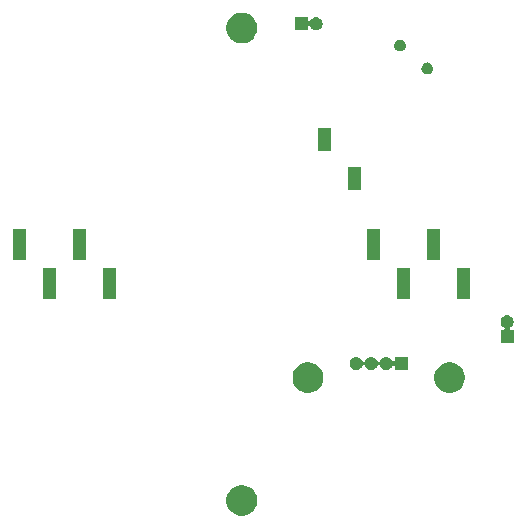
<source format=gbr>
G04 #@! TF.GenerationSoftware,KiCad,Pcbnew,5.1.5-52549c5~84~ubuntu18.04.1*
G04 #@! TF.CreationDate,2019-12-19T20:37:04-05:00*
G04 #@! TF.ProjectId,SwarmBot,53776172-6d42-46f7-942e-6b696361645f,rev?*
G04 #@! TF.SameCoordinates,Original*
G04 #@! TF.FileFunction,Soldermask,Bot*
G04 #@! TF.FilePolarity,Negative*
%FSLAX46Y46*%
G04 Gerber Fmt 4.6, Leading zero omitted, Abs format (unit mm)*
G04 Created by KiCad (PCBNEW 5.1.5-52549c5~84~ubuntu18.04.1) date 2019-12-19 20:37:04*
%MOMM*%
%LPD*%
G04 APERTURE LIST*
%ADD10C,0.100000*%
G04 APERTURE END LIST*
D10*
G36*
X379487Y-18748996D02*
G01*
X616253Y-18847068D01*
X616255Y-18847069D01*
X829339Y-18989447D01*
X1010553Y-19170661D01*
X1152932Y-19383747D01*
X1251004Y-19620513D01*
X1301000Y-19871861D01*
X1301000Y-20128139D01*
X1251004Y-20379487D01*
X1152932Y-20616253D01*
X1152931Y-20616255D01*
X1010553Y-20829339D01*
X829339Y-21010553D01*
X616255Y-21152931D01*
X616254Y-21152932D01*
X616253Y-21152932D01*
X379487Y-21251004D01*
X128139Y-21301000D01*
X-128139Y-21301000D01*
X-379487Y-21251004D01*
X-616253Y-21152932D01*
X-616254Y-21152932D01*
X-616255Y-21152931D01*
X-829339Y-21010553D01*
X-1010553Y-20829339D01*
X-1152931Y-20616255D01*
X-1152932Y-20616253D01*
X-1251004Y-20379487D01*
X-1301000Y-20128139D01*
X-1301000Y-19871861D01*
X-1251004Y-19620513D01*
X-1152932Y-19383747D01*
X-1010553Y-19170661D01*
X-829339Y-18989447D01*
X-616255Y-18847069D01*
X-616253Y-18847068D01*
X-379487Y-18748996D01*
X-128139Y-18699000D01*
X128139Y-18699000D01*
X379487Y-18748996D01*
G37*
G36*
X17979487Y-8348996D02*
G01*
X18216253Y-8447068D01*
X18216255Y-8447069D01*
X18429339Y-8589447D01*
X18610553Y-8770661D01*
X18731052Y-8951000D01*
X18752932Y-8983747D01*
X18851004Y-9220513D01*
X18901000Y-9471861D01*
X18901000Y-9728139D01*
X18851004Y-9979487D01*
X18752932Y-10216253D01*
X18752931Y-10216255D01*
X18610553Y-10429339D01*
X18429339Y-10610553D01*
X18216255Y-10752931D01*
X18216254Y-10752932D01*
X18216253Y-10752932D01*
X17979487Y-10851004D01*
X17728139Y-10901000D01*
X17471861Y-10901000D01*
X17220513Y-10851004D01*
X16983747Y-10752932D01*
X16983746Y-10752932D01*
X16983745Y-10752931D01*
X16770661Y-10610553D01*
X16589447Y-10429339D01*
X16447069Y-10216255D01*
X16447068Y-10216253D01*
X16348996Y-9979487D01*
X16299000Y-9728139D01*
X16299000Y-9471861D01*
X16348996Y-9220513D01*
X16447068Y-8983747D01*
X16468949Y-8951000D01*
X16589447Y-8770661D01*
X16770661Y-8589447D01*
X16983745Y-8447069D01*
X16983747Y-8447068D01*
X17220513Y-8348996D01*
X17471861Y-8299000D01*
X17728139Y-8299000D01*
X17979487Y-8348996D01*
G37*
G36*
X5979487Y-8348996D02*
G01*
X6216253Y-8447068D01*
X6216255Y-8447069D01*
X6429339Y-8589447D01*
X6610553Y-8770661D01*
X6731052Y-8951000D01*
X6752932Y-8983747D01*
X6851004Y-9220513D01*
X6901000Y-9471861D01*
X6901000Y-9728139D01*
X6851004Y-9979487D01*
X6752932Y-10216253D01*
X6752931Y-10216255D01*
X6610553Y-10429339D01*
X6429339Y-10610553D01*
X6216255Y-10752931D01*
X6216254Y-10752932D01*
X6216253Y-10752932D01*
X5979487Y-10851004D01*
X5728139Y-10901000D01*
X5471861Y-10901000D01*
X5220513Y-10851004D01*
X4983747Y-10752932D01*
X4983746Y-10752932D01*
X4983745Y-10752931D01*
X4770661Y-10610553D01*
X4589447Y-10429339D01*
X4447069Y-10216255D01*
X4447068Y-10216253D01*
X4348996Y-9979487D01*
X4299000Y-9728139D01*
X4299000Y-9471861D01*
X4348996Y-9220513D01*
X4447068Y-8983747D01*
X4468949Y-8951000D01*
X4589447Y-8770661D01*
X4770661Y-8589447D01*
X4983745Y-8447069D01*
X4983747Y-8447068D01*
X5220513Y-8348996D01*
X5471861Y-8299000D01*
X5728139Y-8299000D01*
X5979487Y-8348996D01*
G37*
G36*
X9850721Y-7870174D02*
G01*
X9950995Y-7911709D01*
X9950996Y-7911710D01*
X10041242Y-7972010D01*
X10117990Y-8048758D01*
X10117991Y-8048760D01*
X10178291Y-8139005D01*
X10209516Y-8214389D01*
X10221067Y-8236000D01*
X10236612Y-8254941D01*
X10255554Y-8270487D01*
X10277165Y-8282038D01*
X10300614Y-8289151D01*
X10325000Y-8291553D01*
X10349386Y-8289151D01*
X10372835Y-8282038D01*
X10394446Y-8270487D01*
X10413387Y-8254942D01*
X10428933Y-8236000D01*
X10440484Y-8214389D01*
X10471709Y-8139005D01*
X10532009Y-8048760D01*
X10532010Y-8048758D01*
X10608758Y-7972010D01*
X10699004Y-7911710D01*
X10699005Y-7911709D01*
X10799279Y-7870174D01*
X10905730Y-7849000D01*
X11014270Y-7849000D01*
X11120721Y-7870174D01*
X11220995Y-7911709D01*
X11220996Y-7911710D01*
X11311242Y-7972010D01*
X11387990Y-8048758D01*
X11387991Y-8048760D01*
X11448291Y-8139005D01*
X11479516Y-8214389D01*
X11491067Y-8236000D01*
X11506612Y-8254941D01*
X11525554Y-8270487D01*
X11547165Y-8282038D01*
X11570614Y-8289151D01*
X11595000Y-8291553D01*
X11619386Y-8289151D01*
X11642835Y-8282038D01*
X11664446Y-8270487D01*
X11683387Y-8254942D01*
X11698933Y-8236000D01*
X11710484Y-8214389D01*
X11741709Y-8139005D01*
X11802009Y-8048760D01*
X11802010Y-8048758D01*
X11878758Y-7972010D01*
X11969004Y-7911710D01*
X11969005Y-7911709D01*
X12069279Y-7870174D01*
X12175730Y-7849000D01*
X12284270Y-7849000D01*
X12390721Y-7870174D01*
X12490995Y-7911709D01*
X12490996Y-7911710D01*
X12581242Y-7972010D01*
X12657990Y-8048758D01*
X12657991Y-8048760D01*
X12720068Y-8141664D01*
X12735614Y-8160606D01*
X12754556Y-8176151D01*
X12776167Y-8187702D01*
X12799615Y-8194815D01*
X12824002Y-8197217D01*
X12848388Y-8194815D01*
X12871837Y-8187702D01*
X12893447Y-8176151D01*
X12912389Y-8160605D01*
X12927934Y-8141663D01*
X12939485Y-8120052D01*
X12946598Y-8096604D01*
X12949000Y-8072218D01*
X12949000Y-7849000D01*
X14051000Y-7849000D01*
X14051000Y-8951000D01*
X12949000Y-8951000D01*
X12949000Y-8727782D01*
X12946598Y-8703396D01*
X12939485Y-8679947D01*
X12927934Y-8658336D01*
X12912389Y-8639394D01*
X12893447Y-8623849D01*
X12871836Y-8612298D01*
X12848387Y-8605185D01*
X12824001Y-8602783D01*
X12799615Y-8605185D01*
X12776166Y-8612298D01*
X12754555Y-8623849D01*
X12735613Y-8639394D01*
X12720068Y-8658336D01*
X12678988Y-8719816D01*
X12657990Y-8751242D01*
X12581242Y-8827990D01*
X12535812Y-8858345D01*
X12490995Y-8888291D01*
X12390721Y-8929826D01*
X12284270Y-8951000D01*
X12175730Y-8951000D01*
X12069279Y-8929826D01*
X11969005Y-8888291D01*
X11924188Y-8858345D01*
X11878758Y-8827990D01*
X11802010Y-8751242D01*
X11770041Y-8703396D01*
X11741709Y-8660995D01*
X11710484Y-8585611D01*
X11698933Y-8564000D01*
X11683388Y-8545059D01*
X11664446Y-8529513D01*
X11642835Y-8517962D01*
X11619386Y-8510849D01*
X11595000Y-8508447D01*
X11570614Y-8510849D01*
X11547165Y-8517962D01*
X11525554Y-8529513D01*
X11506613Y-8545058D01*
X11491067Y-8564000D01*
X11479516Y-8585611D01*
X11448291Y-8660995D01*
X11419959Y-8703396D01*
X11387990Y-8751242D01*
X11311242Y-8827990D01*
X11265812Y-8858345D01*
X11220995Y-8888291D01*
X11120721Y-8929826D01*
X11014270Y-8951000D01*
X10905730Y-8951000D01*
X10799279Y-8929826D01*
X10699005Y-8888291D01*
X10654188Y-8858345D01*
X10608758Y-8827990D01*
X10532010Y-8751242D01*
X10500041Y-8703396D01*
X10471709Y-8660995D01*
X10440484Y-8585611D01*
X10428933Y-8564000D01*
X10413388Y-8545059D01*
X10394446Y-8529513D01*
X10372835Y-8517962D01*
X10349386Y-8510849D01*
X10325000Y-8508447D01*
X10300614Y-8510849D01*
X10277165Y-8517962D01*
X10255554Y-8529513D01*
X10236613Y-8545058D01*
X10221067Y-8564000D01*
X10209516Y-8585611D01*
X10178291Y-8660995D01*
X10149959Y-8703396D01*
X10117990Y-8751242D01*
X10041242Y-8827990D01*
X9995812Y-8858345D01*
X9950995Y-8888291D01*
X9850721Y-8929826D01*
X9744270Y-8951000D01*
X9635730Y-8951000D01*
X9529279Y-8929826D01*
X9429005Y-8888291D01*
X9384188Y-8858345D01*
X9338758Y-8827990D01*
X9262010Y-8751242D01*
X9230041Y-8703396D01*
X9201709Y-8660995D01*
X9160174Y-8560721D01*
X9139000Y-8454270D01*
X9139000Y-8345730D01*
X9160174Y-8239279D01*
X9201709Y-8139005D01*
X9262009Y-8048760D01*
X9262010Y-8048758D01*
X9338758Y-7972010D01*
X9429004Y-7911710D01*
X9429005Y-7911709D01*
X9529279Y-7870174D01*
X9635730Y-7849000D01*
X9744270Y-7849000D01*
X9850721Y-7870174D01*
G37*
G36*
X22620721Y-4330174D02*
G01*
X22720995Y-4371709D01*
X22720996Y-4371710D01*
X22811242Y-4432010D01*
X22887990Y-4508758D01*
X22887991Y-4508760D01*
X22948291Y-4599005D01*
X22989826Y-4699279D01*
X23011000Y-4805730D01*
X23011000Y-4914270D01*
X22989826Y-5020721D01*
X22948291Y-5120995D01*
X22948290Y-5120996D01*
X22887990Y-5211242D01*
X22811242Y-5287990D01*
X22779816Y-5308988D01*
X22718336Y-5350068D01*
X22699394Y-5365614D01*
X22683849Y-5384556D01*
X22672298Y-5406167D01*
X22665185Y-5429615D01*
X22662783Y-5454002D01*
X22665185Y-5478388D01*
X22672298Y-5501837D01*
X22683849Y-5523447D01*
X22699395Y-5542389D01*
X22718337Y-5557934D01*
X22739948Y-5569485D01*
X22763396Y-5576598D01*
X22787782Y-5579000D01*
X23011000Y-5579000D01*
X23011000Y-6681000D01*
X21909000Y-6681000D01*
X21909000Y-5579000D01*
X22132218Y-5579000D01*
X22156604Y-5576598D01*
X22180053Y-5569485D01*
X22201664Y-5557934D01*
X22220606Y-5542389D01*
X22236151Y-5523447D01*
X22247702Y-5501836D01*
X22254815Y-5478387D01*
X22257217Y-5454001D01*
X22254815Y-5429615D01*
X22247702Y-5406166D01*
X22236151Y-5384555D01*
X22220606Y-5365613D01*
X22201664Y-5350068D01*
X22140184Y-5308988D01*
X22108758Y-5287990D01*
X22032010Y-5211242D01*
X21971710Y-5120996D01*
X21971709Y-5120995D01*
X21930174Y-5020721D01*
X21909000Y-4914270D01*
X21909000Y-4805730D01*
X21930174Y-4699279D01*
X21971709Y-4599005D01*
X22032009Y-4508760D01*
X22032010Y-4508758D01*
X22108758Y-4432010D01*
X22199004Y-4371710D01*
X22199005Y-4371709D01*
X22299279Y-4330174D01*
X22405730Y-4309000D01*
X22514270Y-4309000D01*
X22620721Y-4330174D01*
G37*
G36*
X-10639000Y-2961000D02*
G01*
X-11741000Y-2961000D01*
X-11741000Y-349000D01*
X-10639000Y-349000D01*
X-10639000Y-2961000D01*
G37*
G36*
X19361000Y-2961000D02*
G01*
X18259000Y-2961000D01*
X18259000Y-349000D01*
X19361000Y-349000D01*
X19361000Y-2961000D01*
G37*
G36*
X-15719000Y-2961000D02*
G01*
X-16821000Y-2961000D01*
X-16821000Y-349000D01*
X-15719000Y-349000D01*
X-15719000Y-2961000D01*
G37*
G36*
X14281000Y-2961000D02*
G01*
X13179000Y-2961000D01*
X13179000Y-349000D01*
X14281000Y-349000D01*
X14281000Y-2961000D01*
G37*
G36*
X11741000Y349000D02*
G01*
X10639000Y349000D01*
X10639000Y2961000D01*
X11741000Y2961000D01*
X11741000Y349000D01*
G37*
G36*
X-18259000Y349000D02*
G01*
X-19361000Y349000D01*
X-19361000Y2961000D01*
X-18259000Y2961000D01*
X-18259000Y349000D01*
G37*
G36*
X16821000Y349000D02*
G01*
X15719000Y349000D01*
X15719000Y2961000D01*
X16821000Y2961000D01*
X16821000Y349000D01*
G37*
G36*
X-13179000Y349000D02*
G01*
X-14281000Y349000D01*
X-14281000Y2961000D01*
X-13179000Y2961000D01*
X-13179000Y349000D01*
G37*
G36*
X10121000Y6249000D02*
G01*
X9019000Y6249000D01*
X9019000Y8251000D01*
X10121000Y8251000D01*
X10121000Y6249000D01*
G37*
G36*
X7581000Y9549000D02*
G01*
X6479000Y9549000D01*
X6479000Y11551000D01*
X7581000Y11551000D01*
X7581000Y9549000D01*
G37*
G36*
X15796807Y17077192D02*
G01*
X15845203Y17067566D01*
X15882969Y17051923D01*
X15936378Y17029800D01*
X15936379Y17029799D01*
X16018436Y16974971D01*
X16088219Y16905188D01*
X16088220Y16905186D01*
X16143048Y16823130D01*
X16180814Y16731954D01*
X16200067Y16635164D01*
X16200067Y16536474D01*
X16180814Y16439684D01*
X16143048Y16348508D01*
X16143047Y16348507D01*
X16088219Y16266450D01*
X16018436Y16196667D01*
X15977129Y16169067D01*
X15936378Y16141838D01*
X15882969Y16119715D01*
X15845203Y16104072D01*
X15796807Y16094445D01*
X15748412Y16084819D01*
X15649722Y16084819D01*
X15601327Y16094445D01*
X15552931Y16104072D01*
X15515165Y16119715D01*
X15461756Y16141838D01*
X15421005Y16169067D01*
X15379698Y16196667D01*
X15309915Y16266450D01*
X15255087Y16348507D01*
X15255086Y16348508D01*
X15217320Y16439684D01*
X15198067Y16536474D01*
X15198067Y16635164D01*
X15217320Y16731954D01*
X15255086Y16823130D01*
X15309914Y16905186D01*
X15309915Y16905188D01*
X15379698Y16974971D01*
X15461755Y17029799D01*
X15461756Y17029800D01*
X15515165Y17051923D01*
X15552931Y17067566D01*
X15601327Y17077192D01*
X15649722Y17086819D01*
X15748412Y17086819D01*
X15796807Y17077192D01*
G37*
G36*
X13498673Y19005554D02*
G01*
X13547069Y18995928D01*
X13562715Y18989447D01*
X13638244Y18958162D01*
X13638245Y18958161D01*
X13720302Y18903333D01*
X13790085Y18833550D01*
X13790086Y18833548D01*
X13844914Y18751492D01*
X13882680Y18660316D01*
X13901933Y18563526D01*
X13901933Y18464836D01*
X13882680Y18368046D01*
X13844914Y18276870D01*
X13844913Y18276869D01*
X13790085Y18194812D01*
X13720302Y18125029D01*
X13678995Y18097429D01*
X13638244Y18070200D01*
X13584835Y18048077D01*
X13547069Y18032434D01*
X13498673Y18022808D01*
X13450278Y18013181D01*
X13351588Y18013181D01*
X13303193Y18022808D01*
X13254797Y18032434D01*
X13217031Y18048077D01*
X13163622Y18070200D01*
X13122871Y18097429D01*
X13081564Y18125029D01*
X13011781Y18194812D01*
X12956953Y18276869D01*
X12956952Y18276870D01*
X12919186Y18368046D01*
X12899933Y18464836D01*
X12899933Y18563526D01*
X12919186Y18660316D01*
X12956952Y18751492D01*
X13011780Y18833548D01*
X13011781Y18833550D01*
X13081564Y18903333D01*
X13163621Y18958161D01*
X13163622Y18958162D01*
X13239151Y18989447D01*
X13254797Y18995928D01*
X13303193Y19005554D01*
X13351588Y19015181D01*
X13450278Y19015181D01*
X13498673Y19005554D01*
G37*
G36*
X379487Y21251004D02*
G01*
X616253Y21152932D01*
X616255Y21152931D01*
X829339Y21010553D01*
X1010553Y20829339D01*
X1144859Y20628336D01*
X1152932Y20616253D01*
X1251004Y20379487D01*
X1301000Y20128139D01*
X1301000Y19871861D01*
X1251004Y19620513D01*
X1152932Y19383747D01*
X1152931Y19383745D01*
X1010553Y19170661D01*
X829339Y18989447D01*
X616255Y18847069D01*
X616254Y18847068D01*
X616253Y18847068D01*
X379487Y18748996D01*
X128139Y18699000D01*
X-128139Y18699000D01*
X-379487Y18748996D01*
X-616253Y18847068D01*
X-616254Y18847068D01*
X-616255Y18847069D01*
X-829339Y18989447D01*
X-1010553Y19170661D01*
X-1152931Y19383745D01*
X-1152932Y19383747D01*
X-1251004Y19620513D01*
X-1301000Y19871861D01*
X-1301000Y20128139D01*
X-1251004Y20379487D01*
X-1152932Y20616253D01*
X-1144858Y20628336D01*
X-1010553Y20829339D01*
X-829339Y21010553D01*
X-616255Y21152931D01*
X-616253Y21152932D01*
X-379487Y21251004D01*
X-128139Y21301000D01*
X128139Y21301000D01*
X379487Y21251004D01*
G37*
G36*
X5571000Y20697782D02*
G01*
X5573402Y20673396D01*
X5580515Y20649947D01*
X5592066Y20628336D01*
X5607611Y20609394D01*
X5626553Y20593849D01*
X5648164Y20582298D01*
X5671613Y20575185D01*
X5695999Y20572783D01*
X5720385Y20575185D01*
X5743834Y20582298D01*
X5765445Y20593849D01*
X5784387Y20609394D01*
X5799932Y20628336D01*
X5862009Y20721240D01*
X5862010Y20721242D01*
X5938758Y20797990D01*
X6029004Y20858290D01*
X6029005Y20858291D01*
X6129279Y20899826D01*
X6235730Y20921000D01*
X6344270Y20921000D01*
X6450721Y20899826D01*
X6550995Y20858291D01*
X6550996Y20858290D01*
X6641242Y20797990D01*
X6717990Y20721242D01*
X6717991Y20721240D01*
X6778291Y20630995D01*
X6819826Y20530721D01*
X6841000Y20424270D01*
X6841000Y20315730D01*
X6819826Y20209279D01*
X6778291Y20109005D01*
X6778290Y20109004D01*
X6717990Y20018758D01*
X6641242Y19942010D01*
X6595812Y19911655D01*
X6550995Y19881709D01*
X6450721Y19840174D01*
X6344270Y19819000D01*
X6235730Y19819000D01*
X6129279Y19840174D01*
X6029005Y19881709D01*
X5984188Y19911655D01*
X5938758Y19942010D01*
X5862010Y20018758D01*
X5841012Y20050184D01*
X5799932Y20111664D01*
X5784386Y20130606D01*
X5765444Y20146151D01*
X5743833Y20157702D01*
X5720385Y20164815D01*
X5695998Y20167217D01*
X5671612Y20164815D01*
X5648163Y20157702D01*
X5626553Y20146151D01*
X5607611Y20130605D01*
X5592066Y20111663D01*
X5580515Y20090052D01*
X5573402Y20066604D01*
X5571000Y20042218D01*
X5571000Y19819000D01*
X4469000Y19819000D01*
X4469000Y20921000D01*
X5571000Y20921000D01*
X5571000Y20697782D01*
G37*
M02*

</source>
